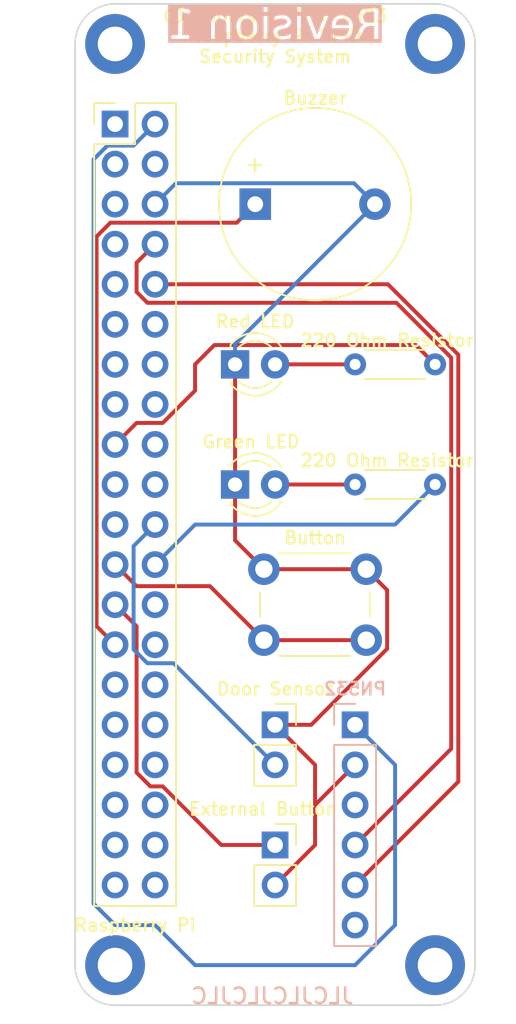
<source format=kicad_pcb>
(kicad_pcb (version 20221018) (generator pcbnew)
  (layers (0 "F.Cu" signal) (31 "B.Cu" signal) (34 "B.Paste" user) (35 "F.Paste" user) (36 "B.SilkS" user "B.Silkscreen") (37 "F.SilkS" user "F.Silkscreen") (38 "B.Mask" user) (39 "F.Mask" user) (44 "Edge.Cuts" user))
  (net 0 "")
  (net 1 "Net-(BZ1--)")
  (net 2 "Net-(BZ1-+)")
  (net 3 "Net-(D1-A)")
  (net 4 "Net-(D2-A)")
  (net 6 "Net-(J1-Pin_2)")
  (net 11 "Net-(J1-Pin_8)")
  (net 13 "Net-(J1-Pin_10)")
  (net 20 "Net-(J1-Pin_17)")
  (net 25 "Net-(J1-Pin_22)")
  (net 26 "Net-(J1-Pin_23)")
  (net 27 "Net-(J1-Pin_25)")
  (net 42 "Net-(J1-Pin_24)")
  (footprint "Button_Switch_THT:SW_PUSH_6mm" (layer "F.Cu") (at 131.37 99.35)
    (fp_text reference "Button" (at 3.25 -2) (layer "F.SilkS") (effects (font (size 0.8 0.8))))
    (fp_text value "SW_Push")
    (fp_line (start -0.25 1.5) (end -0.25 3) (stroke (width 0.12)) (layer "F.SilkS"))
    (fp_line (start 1 5.5) (end 5.5 5.5) (stroke (width 0.12)) (layer "F.SilkS"))
    (fp_line (start 5.5 -1) (end 1 -1) (stroke (width 0.12)) (layer "F.SilkS"))
    (fp_line (start 6.75 3) (end 6.75 1.5) (stroke (width 0.12)) (layer "F.SilkS"))
    (pad "1" thru_hole circle (at 0 0 90) (size 2 2) (drill 1.1) (layers "*.Cu" "*.Mask") (net 2 "Net-(BZ1-+)"))
    (pad "1" thru_hole circle (at 6.5 0 90) (size 2 2) (drill 1.1) (layers "*.Cu" "*.Mask") (net 2 "Net-(BZ1-+)"))
    (pad "2" thru_hole circle (at 0 4.5 90) (size 2 2) (drill 1.1) (layers "*.Cu" "*.Mask") (net 26 "Net-(J1-Pin_23)"))
    (pad "2" thru_hole circle (at 6.5 4.5 90) (size 2 2) (drill 1.1) (layers "*.Cu" "*.Mask") (net 26 "Net-(J1-Pin_23)"))
  )
  (footprint "LED_THT:LED_D3.0mm" (layer "F.Cu") (at 129.54 93.98)
    (fp_text reference "Green LED" (at 1.016 -2.7178) (layer "F.SilkS") (effects (font (size 0.8 0.8))))
    (fp_text value "LED")
    (fp_line (start -0.29 -1.236) (end -0.29 -1.08) (stroke (width 0.12)) (layer "F.SilkS"))
    (fp_line (start -0.29 1.08) (end -0.29 1.236) (stroke (width 0.12)) (layer "F.SilkS"))
    (fp_arc (start -0.29 -1.235516) (mid 1.366487 -1.987659) (end 2.942335 -1.078608) (stroke (width 0.12)) (layer "F.SilkS"))
    (fp_arc (start 0.229039 -1.08) (mid 1.270117 -1.5) (end 2.31113 -1.079837) (stroke (width 0.12)) (layer "F.SilkS"))
    (fp_arc (start 2.31113 1.079837) (mid 1.270117 1.5) (end 0.229039 1.08) (stroke (width 0.12)) (layer "F.SilkS"))
    (fp_arc (start 2.942335 1.078608) (mid 1.366487 1.987659) (end -0.29 1.235516) (stroke (width 0.12)) (layer "F.SilkS"))
    (pad "1" thru_hole rect (at 0 0) (size 1.8 1.8) (drill 0.9) (layers "*.Cu" "*.Mask") (net 2 "Net-(BZ1-+)"))
    (pad "2" thru_hole circle (at 2.54 0) (size 1.8 1.8) (drill 0.9) (layers "*.Cu" "*.Mask") (net 3 "Net-(D1-A)"))
  )
  (footprint "LED_THT:LED_D3.0mm" (layer "F.Cu") (at 129.54 86.36)
    (fp_text reference "Red LED" (at 1.27 -2.7178) (layer "F.SilkS") (effects (font (size 0.8 0.8))))
    (fp_text value "LED")
    (fp_line (start -0.29 -1.236) (end -0.29 -1.08) (stroke (width 0.12)) (layer "F.SilkS"))
    (fp_line (start -0.29 1.08) (end -0.29 1.236) (stroke (width 0.12)) (layer "F.SilkS"))
    (fp_arc (start -0.29 -1.235516) (mid 1.366487 -1.987659) (end 2.942335 -1.078608) (stroke (width 0.12)) (layer "F.SilkS"))
    (fp_arc (start 0.229039 -1.08) (mid 1.270117 -1.5) (end 2.31113 -1.079837) (stroke (width 0.12)) (layer "F.SilkS"))
    (fp_arc (start 2.31113 1.079837) (mid 1.270117 1.5) (end 0.229039 1.08) (stroke (width 0.12)) (layer "F.SilkS"))
    (fp_arc (start 2.942335 1.078608) (mid 1.366487 1.987659) (end -0.29 1.235516) (stroke (width 0.12)) (layer "F.SilkS"))
    (pad "1" thru_hole rect (at 0 0) (size 1.8 1.8) (drill 0.9) (layers "*.Cu" "*.Mask") (net 2 "Net-(BZ1-+)"))
    (pad "2" thru_hole circle (at 2.54 0) (size 1.8 1.8) (drill 0.9) (layers "*.Cu" "*.Mask") (net 4 "Net-(D2-A)"))
  )
  (footprint "MountingHole:MountingHole_2.2mm_M2_DIN965_Pad" (layer "F.Cu") (at 121.92 124.46)
    (fp_text reference "H1" hide)
    (fp_text value "MountingHole")
    (pad "1" thru_hole circle (at 0 0) (size 3.8 3.8) (drill 2.2) (layers "*.Cu" "*.Mask"))
  )
  (footprint "MountingHole:MountingHole_2.2mm_M2_DIN965_Pad" (layer "F.Cu") (at 121.92 66.04)
    (fp_text reference "H2" hide)
    (fp_text value "MountingHole")
    (pad "1" thru_hole circle (at 0 0) (size 3.8 3.8) (drill 2.2) (layers "*.Cu" "*.Mask"))
  )
  (footprint "Connector_PinSocket_2.54mm:PinSocket_1x02_P2.54mm_Vertical" (layer "F.Cu") (at 132.08 109.22)
    (fp_text reference "Door Sensor" (at 0 -2.286) (layer "F.SilkS") (effects (font (size 0.8 0.8))))
    (fp_text value "Conn_01x02_Socket")
    (fp_line (start -1.33 1.27) (end -1.33 3.87) (stroke (width 0.12)) (layer "F.SilkS"))
    (fp_line (start -1.33 1.27) (end 1.33 1.27) (stroke (width 0.12)) (layer "F.SilkS"))
    (fp_line (start -1.33 3.87) (end 1.33 3.87) (stroke (width 0.12)) (layer "F.SilkS"))
    (fp_line (start 0 -1.33) (end 1.33 -1.33) (stroke (width 0.12)) (layer "F.SilkS"))
    (fp_line (start 1.33 -1.33) (end 1.33 0) (stroke (width 0.12)) (layer "F.SilkS"))
    (fp_line (start 1.33 1.27) (end 1.33 3.87) (stroke (width 0.12)) (layer "F.SilkS"))
    (pad "1" thru_hole rect (at 0 0) (size 1.7 1.7) (drill 1) (layers "*.Cu" "*.Mask") (net 2 "Net-(BZ1-+)"))
    (pad "2" thru_hole oval (at 0 2.54) (size 1.7 1.7) (drill 1) (layers "*.Cu" "*.Mask") (net 25 "Net-(J1-Pin_22)"))
  )
  (footprint "Resistor_THT:R_Axial_DIN0204_L3.6mm_D1.6mm_P5.08mm_Horizontal" (layer "F.Cu") (at 137.16 86.36)
    (fp_text reference "R2" hide)
    (fp_text value "R")
    (fp_line (start 0.62 -0.92) (end 4.46 -0.92) (stroke (width 0.12)) (layer "F.SilkS"))
    (fp_line (start 0.62 0.92) (end 4.46 0.92) (stroke (width 0.12)) (layer "F.SilkS"))
    (pad "1" thru_hole circle (at 0 0) (size 1.4 1.4) (drill 0.7) (layers "*.Cu" "*.Mask") (net 4 "Net-(D2-A)"))
    (pad "2" thru_hole oval (at 5.08 0) (size 1.4 1.4) (drill 0.7) (layers "*.Cu" "*.Mask") (net 20 "Net-(J1-Pin_17)"))
  )
  (footprint "Resistor_THT:R_Axial_DIN0204_L3.6mm_D1.6mm_P5.08mm_Horizontal" (layer "F.Cu") (at 137.16 93.98)
    (fp_text reference "220 Ohm Resistor" (at 2.032 -9.144) (layer "F.SilkS") (effects (font (size 0.8 0.8))))
    (fp_text value "R")
    (fp_text user "${REFERENCE}" (at 2.032 -1.524) (layer "F.SilkS") (effects (font (size 0.8 0.8))))
    (fp_line (start 0.62 -0.92) (end 4.46 -0.92) (stroke (width 0.12)) (layer "F.SilkS"))
    (fp_line (start 0.62 0.92) (end 4.46 0.92) (stroke (width 0.12)) (layer "F.SilkS"))
    (pad "1" thru_hole circle (at 0 0) (size 1.4 1.4) (drill 0.7) (layers "*.Cu" "*.Mask") (net 3 "Net-(D1-A)"))
    (pad "2" thru_hole oval (at 5.08 0) (size 1.4 1.4) (drill 0.7) (layers "*.Cu" "*.Mask") (net 42 "Net-(J1-Pin_24)"))
  )
  (footprint "MountingHole:MountingHole_2.2mm_M2_DIN965_Pad" (layer "F.Cu") (at 142.24 124.46)
    (fp_text reference "H4" hide)
    (fp_text value "MountingHole")
    (pad "1" thru_hole circle (at 0 0) (size 3.8 3.8) (drill 2.2) (layers "*.Cu" "*.Mask"))
  )
  (footprint "Buzzer_Beeper:Buzzer_12x9.5RM7.6" (layer "F.Cu") (at 130.82 76.2)
    (fp_text reference "Buzzer" (at 3.8 -6.731) (layer "F.SilkS") (effects (font (size 0.8 0.8))))
    (fp_text value "Buzzer")
    (fp_text user "+" (at -0.01 -2.54) (layer "F.SilkS"))
    (fp_circle (center 3.8 0) (end 9.9 0) (stroke (width 0.12)) (fill none) (layer "F.SilkS"))
    (pad "1" thru_hole rect (at 0 0) (size 2 2) (drill 1) (layers "*.Cu" "*.Mask") (net 1 "Net-(BZ1--)"))
    (pad "2" thru_hole circle (at 7.6 0) (size 2 2) (drill 1) (layers "*.Cu" "*.Mask") (net 2 "Net-(BZ1-+)"))
  )
  (footprint "Connector_PinSocket_2.54mm:PinSocket_1x02_P2.54mm_Vertical" (layer "F.Cu") (at 132.08 116.84)
    (fp_text reference "External Button" (at -0.762 -2.286) (layer "F.SilkS") (effects (font (size 0.8 0.8))))
    (fp_text value "Conn_01x02_Socket")
    (fp_line (start -1.33 1.27) (end -1.33 3.87) (stroke (width 0.12)) (layer "F.SilkS"))
    (fp_line (start -1.33 1.27) (end 1.33 1.27) (stroke (width 0.12)) (layer "F.SilkS"))
    (fp_line (start -1.33 3.87) (end 1.33 3.87) (stroke (width 0.12)) (layer "F.SilkS"))
    (fp_line (start 0 -1.33) (end 1.33 -1.33) (stroke (width 0.12)) (layer "F.SilkS"))
    (fp_line (start 1.33 -1.33) (end 1.33 0) (stroke (width 0.12)) (layer "F.SilkS"))
    (fp_line (start 1.33 1.27) (end 1.33 3.87) (stroke (width 0.12)) (layer "F.SilkS"))
    (pad "1" thru_hole rect (at 0 0) (size 1.7 1.7) (drill 1) (layers "*.Cu" "*.Mask") (net 27 "Net-(J1-Pin_25)"))
    (pad "2" thru_hole oval (at 0 2.54) (size 1.7 1.7) (drill 1) (layers "*.Cu" "*.Mask") (net 2 "Net-(BZ1-+)"))
  )
  (footprint "MountingHole:MountingHole_2.2mm_M2_DIN965_Pad" (layer "F.Cu") (at 142.24 66.04)
    (fp_text reference "H3" hide)
    (fp_text value "MountingHole")
    (pad "1" thru_hole circle (at 0 0) (size 3.8 3.8) (drill 2.2) (layers "*.Cu" "*.Mask"))
  )
  (footprint "Connector_PinHeader_2.54mm:PinHeader_2x20_P2.54mm_Vertical" (layer "F.Cu") (at 121.92 71.12)
    (fp_text reference "Raspberry Pi" (at 1.27 50.8) (layer "F.SilkS") (effects (font (size 0.8 0.8))))
    (fp_text value "Conn_02x20_Odd_Even")
    (fp_line (start -1.33 -1.33) (end 0 -1.33) (stroke (width 0.12)) (layer "F.SilkS"))
    (fp_line (start -1.33 0) (end -1.33 -1.33) (stroke (width 0.12)) (layer "F.SilkS"))
    (fp_line (start -1.33 1.27) (end -1.33 49.59) (stroke (width 0.12)) (layer "F.SilkS"))
    (fp_line (start -1.33 1.27) (end 1.27 1.27) (stroke (width 0.12)) (layer "F.SilkS"))
    (fp_line (start -1.33 49.59) (end 3.87 49.59) (stroke (width 0.12)) (layer "F.SilkS"))
    (fp_line (start 1.27 -1.33) (end 3.87 -1.33) (stroke (width 0.12)) (layer "F.SilkS"))
    (fp_line (start 1.27 1.27) (end 1.27 -1.33) (stroke (width 0.12)) (layer "F.SilkS"))
    (fp_line (start 3.87 -1.33) (end 3.87 49.59) (stroke (width 0.12)) (layer "F.SilkS"))
    (pad "1" thru_hole rect (at 0 0) (size 1.7 1.7) (drill 1) (layers "*.Cu" "*.Mask"))
    (pad "2" thru_hole oval (at 2.54 0) (size 1.7 1.7) (drill 1) (layers "*.Cu" "*.Mask") (net 6 "Net-(J1-Pin_2)"))
    (pad "3" thru_hole oval (at 0 2.54) (size 1.7 1.7) (drill 1) (layers "*.Cu" "*.Mask"))
    (pad "4" thru_hole oval (at 2.54 2.54) (size 1.7 1.7) (drill 1) (layers "*.Cu" "*.Mask"))
    (pad "5" thru_hole oval (at 0 5.08) (size 1.7 1.7) (drill 1) (layers "*.Cu" "*.Mask"))
    (pad "6" thru_hole oval (at 2.54 5.08) (size 1.7 1.7) (drill 1) (layers "*.Cu" "*.Mask") (net 2 "Net-(BZ1-+)"))
    (pad "7" thru_hole oval (at 0 7.62) (size 1.7 1.7) (drill 1) (layers "*.Cu" "*.Mask"))
    (pad "8" thru_hole oval (at 2.54 7.62) (size 1.7 1.7) (drill 1) (layers "*.Cu" "*.Mask") (net 11 "Net-(J1-Pin_8)"))
    (pad "9" thru_hole oval (at 0 10.16) (size 1.7 1.7) (drill 1) (layers "*.Cu" "*.Mask"))
    (pad "10" thru_hole oval (at 2.54 10.16) (size 1.7 1.7) (drill 1) (layers "*.Cu" "*.Mask") (net 13 "Net-(J1-Pin_10)"))
    (pad "11" thru_hole oval (at 0 12.7) (size 1.7 1.7) (drill 1) (layers "*.Cu" "*.Mask"))
    (pad "12" thru_hole oval (at 2.54 12.7) (size 1.7 1.7) (drill 1) (layers "*.Cu" "*.Mask"))
    (pad "13" thru_hole oval (at 0 15.24) (size 1.7 1.7) (drill 1) (layers "*.Cu" "*.Mask"))
    (pad "14" thru_hole oval (at 2.54 15.24) (size 1.7 1.7) (drill 1) (layers "*.Cu" "*.Mask"))
    (pad "15" thru_hole oval (at 0 17.78) (size 1.7 1.7) (drill 1) (layers "*.Cu" "*.Mask"))
    (pad "16" thru_hole oval (at 2.54 17.78) (size 1.7 1.7) (drill 1) (layers "*.Cu" "*.Mask"))
    (pad "17" thru_hole oval (at 0 20.32) (size 1.7 1.7) (drill 1) (layers "*.Cu" "*.Mask") (net 20 "Net-(J1-Pin_17)"))
    (pad "18" thru_hole oval (at 2.54 20.32) (size 1.7 1.7) (drill 1) (layers "*.Cu" "*.Mask"))
    (pad "19" thru_hole oval (at 0 22.86) (size 1.7 1.7) (drill 1) (layers "*.Cu" "*.Mask"))
    (pad "20" thru_hole oval (at 2.54 22.86) (size 1.7 1.7) (drill 1) (layers "*.Cu" "*.Mask"))
    (pad "21" thru_hole oval (at 0 25.4) (size 1.7 1.7) (drill 1) (layers "*.Cu" "*.Mask"))
    (pad "22" thru_hole oval (at 2.54 25.4) (size 1.7 1.7) (drill 1) (layers "*.Cu" "*.Mask") (net 25 "Net-(J1-Pin_22)"))
    (pad "23" thru_hole oval (at 0 27.94) (size 1.7 1.7) (drill 1) (layers "*.Cu" "*.Mask") (net 26 "Net-(J1-Pin_23)"))
    (pad "24" thru_hole oval (at 2.54 27.94) (size 1.7 1.7) (drill 1) (layers "*.Cu" "*.Mask") (net 42 "Net-(J1-Pin_24)"))
    (pad "25" thru_hole oval (at 0 30.48) (size 1.7 1.7) (drill 1) (layers "*.Cu" "*.Mask") (net 27 "Net-(J1-Pin_25)"))
    (pad "26" thru_hole oval (at 2.54 30.48) (size 1.7 1.7) (drill 1) (layers "*.Cu" "*.Mask"))
    (pad "27" thru_hole oval (at 0 33.02) (size 1.7 1.7) (drill 1) (layers "*.Cu" "*.Mask") (net 1 "Net-(BZ1--)"))
    (pad "28" thru_hole oval (at 2.54 33.02) (size 1.7 1.7) (drill 1) (layers "*.Cu" "*.Mask"))
    (pad "29" thru_hole oval (at 0 35.56) (size 1.7 1.7) (drill 1) (layers "*.Cu" "*.Mask"))
    (pad "30" thru_hole oval (at 2.54 35.56) (size 1.7 1.7) (drill 1) (layers "*.Cu" "*.Mask"))
    (pad "31" thru_hole oval (at 0 38.1) (size 1.7 1.7) (drill 1) (layers "*.Cu" "*.Mask"))
    (pad "32" thru_hole oval (at 2.54 38.1) (size 1.7 1.7) (drill 1) (layers "*.Cu" "*.Mask"))
    (pad "33" thru_hole oval (at 0 40.64) (size 1.7 1.7) (drill 1) (layers "*.Cu" "*.Mask"))
    (pad "34" thru_hole oval (at 2.54 40.64) (size 1.7 1.7) (drill 1) (layers "*.Cu" "*.Mask"))
    (pad "35" thru_hole oval (at 0 43.18) (size 1.7 1.7) (drill 1) (layers "*.Cu" "*.Mask"))
    (pad "36" thru_hole oval (at 2.54 43.18) (size 1.7 1.7) (drill 1) (layers "*.Cu" "*.Mask"))
    (pad "37" thru_hole oval (at 0 45.72) (size 1.7 1.7) (drill 1) (layers "*.Cu" "*.Mask"))
    (pad "38" thru_hole oval (at 2.54 45.72) (size 1.7 1.7) (drill 1) (layers "*.Cu" "*.Mask"))
    (pad "39" thru_hole oval (at 0 48.26) (size 1.7 1.7) (drill 1) (layers "*.Cu" "*.Mask"))
    (pad "40" thru_hole oval (at 2.54 48.26) (size 1.7 1.7) (drill 1) (layers "*.Cu" "*.Mask"))
  )
  (footprint "Connector_PinSocket_2.54mm:PinSocket_1x06_P2.54mm_Vertical" (layer "B.Cu") (at 137.16 109.22 180)
    (fp_text reference "PN532" (at 0 2.286) (layer "B.SilkS") (effects (font (size 0.8 0.8)) (justify mirror)))
    (fp_text value "Conn_01x06_Socket")
    (fp_line (start -1.33 -14.03) (end 1.33 -14.03) (stroke (width 0.12)) (layer "B.SilkS"))
    (fp_line (start -1.33 -1.27) (end -1.33 -14.03) (stroke (width 0.12)) (layer "B.SilkS"))
    (fp_line (start -1.33 -1.27) (end 1.33 -1.27) (stroke (width 0.12)) (layer "B.SilkS"))
    (fp_line (start 0 1.33) (end 1.33 1.33) (stroke (width 0.12)) (layer "B.SilkS"))
    (fp_line (start 1.33 -1.27) (end 1.33 -14.03) (stroke (width 0.12)) (layer "B.SilkS"))
    (fp_line (start 1.33 1.33) (end 1.33 0) (stroke (width 0.12)) (layer "B.SilkS"))
    (pad "1" thru_hole rect (at 0 0 180) (size 1.7 1.7) (drill 1) (layers "*.Cu" "*.Mask") (net 6 "Net-(J1-Pin_2)"))
    (pad "2" thru_hole oval (at 0 -2.54 180) (size 1.7 1.7) (drill 1) (layers "*.Cu" "*.Mask") (net 2 "Net-(BZ1-+)"))
    (pad "3" thru_hole oval (at 0 -5.08 180) (size 1.7 1.7) (drill 1) (layers "*.Cu" "*.Mask"))
    (pad "4" thru_hole oval (at 0 -7.62 180) (size 1.7 1.7) (drill 1) (layers "*.Cu" "*.Mask") (net 11 "Net-(J1-Pin_8)"))
    (pad "5" thru_hole oval (at 0 -10.16 180) (size 1.7 1.7) (drill 1) (layers "*.Cu" "*.Mask") (net 13 "Net-(J1-Pin_10)"))
    (pad "6" thru_hole oval (at 0 -12.7 180) (size 1.7 1.7) (drill 1) (layers "*.Cu" "*.Mask"))
  )
  (gr_arc (start 121.92 127) (mid 120.123949 126.256051) (end 119.38 124.46) (stroke (width 0.1)) (layer "Edge.Cuts"))
  (gr_arc (start 142.24 63.5) (mid 144.036051 64.243949) (end 144.78 66.04) (stroke (width 0.1)) (layer "Edge.Cuts"))
  (gr_line (start 144.78 66.04) (end 144.78 124.46) (stroke (width 0.1)) (layer "Edge.Cuts"))
  (gr_line (start 119.38 124.46) (end 119.38 66.04) (stroke (width 0.1)) (layer "Edge.Cuts"))
  (gr_line (start 121.92 63.5) (end 142.24 63.5) (stroke (width 0.1)) (layer "Edge.Cuts"))
  (gr_arc (start 119.38 66.04) (mid 120.123949 64.243949) (end 121.92 63.5) (stroke (width 0.1)) (layer "Edge.Cuts"))
  (gr_arc (start 144.78 124.46) (mid 144.036051 126.256051) (end 142.24 127) (stroke (width 0.1)) (layer "Edge.Cuts"))
  (gr_line (start 142.24 127) (end 121.92 127) (stroke (width 0.1)) (layer "Edge.Cuts"))
  (gr_text "Revision 1" (at 132.08 66.04) (layer "B.SilkS" knockout) (effects (font (size 1.9 1.9)) (justify bottom mirror)))
  (gr_text "JLCJLCJLCJLC" (at 137.16 127) (layer "B.SilkS") (effects (font (size 1 1) (thickness 0.16)) (justify left bottom mirror)))
  (gr_text "© Anders P 7/5/2023\nRaspberry Pi RFID\nSecurity System" (at 132.08 67.31) (layer "F.SilkS") (effects (font (size 0.8 0.8)) (justify bottom)))
  (segment (start 120.745 102.965) (end 121.92 104.14) (width 0.25) (layer "F.Cu") (net 1))
  (segment (start 121.6233 77.375) (end 120.745 78.2533) (width 0.25) (layer "F.Cu") (net 1))
  (segment (start 129.645 77.375) (end 121.6233 77.375) (width 0.25) (layer "F.Cu") (net 1))
  (segment (start 120.745 78.2533) (end 120.745 102.965) (width 0.25) (layer "F.Cu") (net 1))
  (segment (start 130.82 76.2) (end 129.645 77.375) (width 0.25) (layer "F.Cu") (net 1))
  (segment (start 137.87 99.35) (end 139.195 100.675) (width 0.25) (layer "F.Cu") (net 2))
  (segment (start 129.54 86.36) (end 129.54 93.98) (width 0.25) (layer "F.Cu") (net 2))
  (segment (start 129.54 93.98) (end 129.54 97.52) (width 0.25) (layer "F.Cu") (net 2))
  (segment (start 137.87 99.35) (end 131.37 99.35) (width 0.25) (layer "F.Cu") (net 2))
  (segment (start 139.195 100.675) (end 139.195 104.398833) (width 0.25) (layer "F.Cu") (net 2))
  (segment (start 134.62 116.84) (end 134.62 111.76) (width 0.25) (layer "F.Cu") (net 2))
  (segment (start 139.195 104.398833) (end 134.373833 109.22) (width 0.25) (layer "F.Cu") (net 2))
  (segment (start 129.54 97.52) (end 131.37 99.35) (width 0.25) (layer "F.Cu") (net 2))
  (segment (start 134.373833 109.22) (end 132.08 109.22) (width 0.25) (layer "F.Cu") (net 2))
  (segment (start 137.16 111.76) (end 134.62 114.3) (width 0.25) (layer "F.Cu") (net 2))
  (segment (start 134.62 111.76) (end 132.08 109.22) (width 0.25) (layer "F.Cu") (net 2))
  (segment (start 132.08 119.38) (end 134.62 116.84) (width 0.25) (layer "F.Cu") (net 2))
  (segment (start 129.54 85.08) (end 129.54 86.36) (width 0.25) (layer "B.Cu") (net 2))
  (segment (start 124.46 76.2) (end 125.785 74.875) (width 0.25) (layer "B.Cu") (net 2))
  (segment (start 138.42 76.2) (end 129.54 85.08) (width 0.25) (layer "B.Cu") (net 2))
  (segment (start 125.785 74.875) (end 137.095 74.875) (width 0.25) (layer "B.Cu") (net 2))
  (segment (start 137.095 74.875) (end 138.42 76.2) (width 0.25) (layer "B.Cu") (net 2))
  (segment (start 132.08 93.98) (end 137.16 93.98) (width 0.25) (layer "F.Cu") (net 3))
  (segment (start 132.08 86.36) (end 137.16 86.36) (width 0.25) (layer "F.Cu") (net 4))
  (segment (start 137.16 124.46) (end 127 124.46) (width 0.25) (layer "B.Cu") (net 6))
  (segment (start 139.7 121.92) (end 137.16 124.46) (width 0.25) (layer "B.Cu") (net 6))
  (segment (start 127 124.46) (end 124.46 121.92) (width 0.25) (layer "B.Cu") (net 6))
  (segment (start 120.555 73.363299) (end 120.555 120.555) (width 0.25) (layer "B.Cu") (net 6))
  (segment (start 123.095 72.485) (end 121.433299 72.485) (width 0.25) (layer "B.Cu") (net 6))
  (segment (start 124.46 71.12) (end 123.095 72.485) (width 0.25) (layer "B.Cu") (net 6))
  (segment (start 120.555 120.555) (end 121.92 121.92) (width 0.25) (layer "B.Cu") (net 6))
  (segment (start 121.433299 72.485) (end 120.555 73.363299) (width 0.25) (layer "B.Cu") (net 6))
  (segment (start 137.16 109.22) (end 139.7 111.76) (width 0.25) (layer "B.Cu") (net 6))
  (segment (start 124.46 121.92) (end 121.92 121.92) (width 0.25) (layer "B.Cu") (net 6))
  (segment (start 139.7 111.76) (end 139.7 121.92) (width 0.25) (layer "B.Cu") (net 6))
  (segment (start 124.46 78.74) (end 123.285 79.915) (width 0.25) (layer "F.Cu") (net 11))
  (segment (start 139.784569 82.455) (end 143.265 85.935431) (width 0.25) (layer "F.Cu") (net 11))
  (segment (start 123.285 81.766701) (end 123.973299 82.455) (width 0.25) (layer "F.Cu") (net 11))
  (segment (start 123.285 79.915) (end 123.285 81.766701) (width 0.25) (layer "F.Cu") (net 11))
  (segment (start 143.265 110.735) (end 137.16 116.84) (width 0.25) (layer "F.Cu") (net 11))
  (segment (start 123.973299 82.455) (end 139.784569 82.455) (width 0.25) (layer "F.Cu") (net 11))
  (segment (start 143.265 85.935431) (end 143.265 110.735) (width 0.25) (layer "F.Cu") (net 11))
  (segment (start 124.46 81.28) (end 139.245965 81.28) (width 0.25) (layer "F.Cu") (net 13))
  (segment (start 143.715 85.749035) (end 143.715 112.825) (width 0.25) (layer "F.Cu") (net 13))
  (segment (start 143.715 112.825) (end 137.16 119.38) (width 0.25) (layer "F.Cu") (net 13))
  (segment (start 139.245965 81.28) (end 143.715 85.749035) (width 0.25) (layer "F.Cu") (net 13))
  (segment (start 141.015 85.135) (end 128.225 85.135) (width 0.25) (layer "F.Cu") (net 20))
  (segment (start 128.225 85.135) (end 127 86.36) (width 0.25) (layer "F.Cu") (net 20))
  (segment (start 123.285 90.075) (end 121.92 91.44) (width 0.25) (layer "F.Cu") (net 20))
  (segment (start 124.946701 90.075) (end 123.285 90.075) (width 0.25) (layer "F.Cu") (net 20))
  (segment (start 142.24 86.36) (end 141.015 85.135) (width 0.25) (layer "F.Cu") (net 20))
  (segment (start 127 86.36) (end 127 88.021701) (width 0.25) (layer "F.Cu") (net 20))
  (segment (start 127 88.021701) (end 124.946701 90.075) (width 0.25) (layer "F.Cu") (net 20))
  (segment (start 132.08 111.76) (end 125.635 105.315) (width 0.25) (layer "B.Cu") (net 25))
  (segment (start 125.635 105.315) (end 123.973299 105.315) (width 0.25) (layer "B.Cu") (net 25))
  (segment (start 123.095 104.436701) (end 123.095 97.885) (width 0.25) (layer "B.Cu") (net 25))
  (segment (start 123.095 97.885) (end 124.46 96.52) (width 0.25) (layer "B.Cu") (net 25))
  (segment (start 123.973299 105.315) (end 123.095 104.436701) (width 0.25) (layer "B.Cu") (net 25))
  (segment (start 123.285 100.425) (end 121.92 99.06) (width 0.25) (layer "F.Cu") (net 26))
  (segment (start 131.37 103.85) (end 127.945 100.425) (width 0.25) (layer "F.Cu") (net 26))
  (segment (start 131.37 103.85) (end 137.87 103.85) (width 0.25) (layer "F.Cu") (net 26))
  (segment (start 127.945 100.425) (end 123.285 100.425) (width 0.25) (layer "F.Cu") (net 26))
  (segment (start 123.285 102.965) (end 123.285 112.246701) (width 0.25) (layer "F.Cu") (net 27))
  (segment (start 124.946701 113.125) (end 128.661701 116.84) (width 0.25) (layer "F.Cu") (net 27))
  (segment (start 123.285 112.246701) (end 124.163299 113.125) (width 0.25) (layer "F.Cu") (net 27))
  (segment (start 124.163299 113.125) (end 124.946701 113.125) (width 0.25) (layer "F.Cu") (net 27))
  (segment (start 121.92 101.6) (end 123.285 102.965) (width 0.25) (layer "F.Cu") (net 27))
  (segment (start 128.661701 116.84) (end 132.08 116.84) (width 0.25) (layer "F.Cu") (net 27))
  (segment (start 127 96.52) (end 124.46 99.06) (width 0.25) (layer "B.Cu") (net 42))
  (segment (start 142.24 93.98) (end 139.7 96.52) (width 0.25) (layer "B.Cu") (net 42))
  (segment (start 139.7 96.52) (end 127 96.52) (width 0.25) (layer "B.Cu") (net 42))
)
</source>
